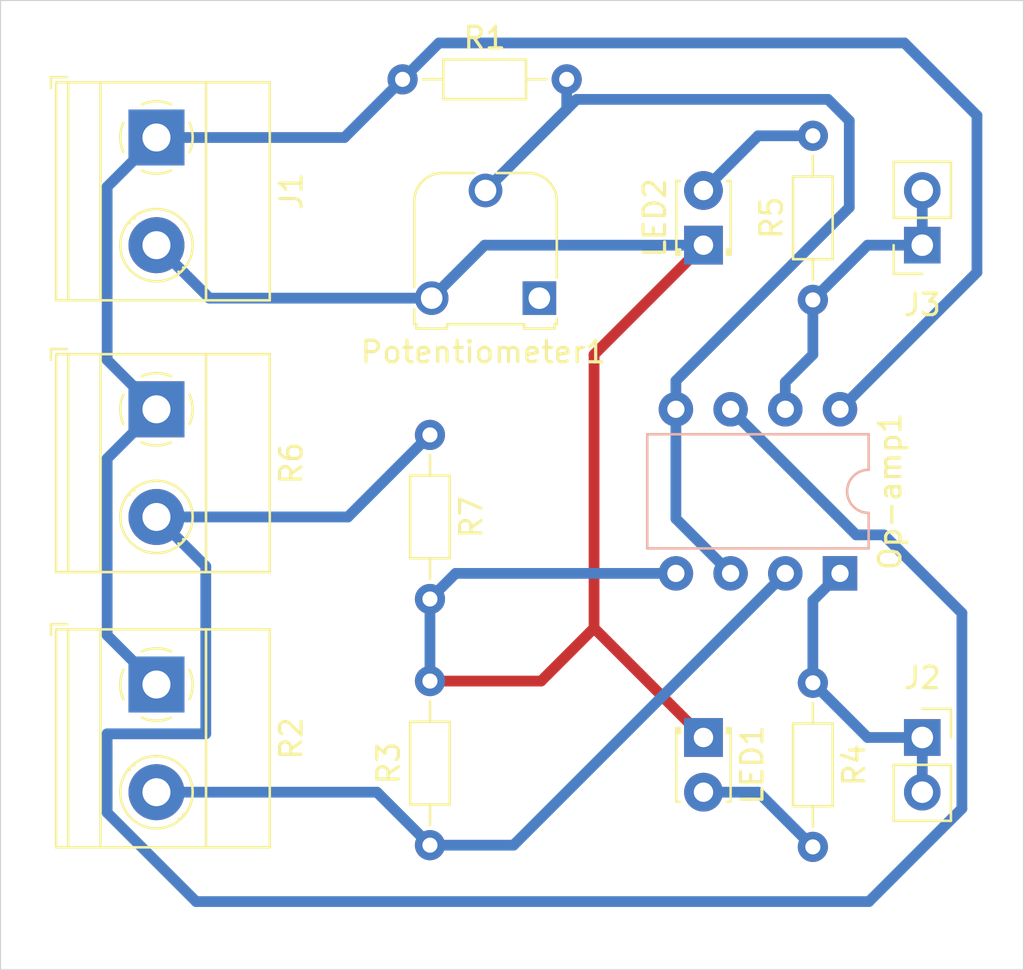
<source format=kicad_pcb>
(kicad_pcb (version 20240108) (generator "pcbnew") (generator_version "8.0")
  (layers (0 "F.Cu" signal) (31 "B.Cu" signal) (34 "B.Paste" user) (35 "F.Paste" user) (36 "B.SilkS" user "B.Silkscreen") (37 "F.SilkS" user "F.Silkscreen") (38 "B.Mask" user) (39 "F.Mask" user) (44 "Edge.Cuts" user))
  (net 0 "")
  (net 1 "GND")
  (net 2 "+3V3")
  (net 3 "Net-(LED1-A)")
  (net 4 "Net-(Op-amp1---Pad2)")
  (net 5 "Net-(Op-amp1-+-Pad3)")
  (net 7 "Net-(Op-amp1---Pad6)")
  (net 8 "Net-(J2-Pin_1)")
  (net 9 "Net-(J3-Pin_1)")
  (net 10 "Net-(LED2-A)")
  (footprint "Resistor_THT:R_Axial_DIN0204_L3.6mm_D1.6mm_P7.62mm_Horizontal" (layer "F.Cu") (at 172.72 106.68 -90)
    (property "Reference" "R4" (at 3.81 -1.92 90) (layer "F.SilkS"))
    (property "Value" "65 ohm")
    (fp_line (start 1.89 0.92) (end 5.73 0.92) (stroke (width 0.12)) (layer "F.SilkS"))
    (fp_line (start 5.73 0.92) (end 5.73 -0.92) (stroke (width 0.12)) (layer "F.SilkS"))
    (fp_line (start 0.94 0) (end 1.89 0) (stroke (width 0.12)) (layer "F.SilkS"))
    (fp_line (start 6.68 0) (end 5.73 0) (stroke (width 0.12)) (layer "F.SilkS"))
    (fp_line (start 1.89 -0.92) (end 1.89 0.92) (stroke (width 0.12)) (layer "F.SilkS"))
    (fp_line (start 5.73 -0.92) (end 1.89 -0.92) (stroke (width 0.12)) (layer "F.SilkS"))
    (pad "1" thru_hole circle (at 0 0 270) (size 1.4 1.4) (drill 0.7) (layers "*.Cu" "*.Mask") (net 8 "Net-(J2-Pin_1)"))
    (pad "2" thru_hole oval (at 7.62 0 270) (size 1.4 1.4) (drill 0.7) (layers "*.Cu" "*.Mask") (net 3 "Net-(LED1-A)"))
  )
  (footprint "Resistor_THT:R_Axial_DIN0204_L3.6mm_D1.6mm_P7.62mm_Horizontal" (layer "F.Cu") (at 172.72 88.9 90)
    (property "Reference" "R5" (at 3.81 -1.92 90) (layer "F.SilkS"))
    (property "Value" "65 ohm")
    (fp_line (start 5.73 -0.92) (end 1.89 -0.92) (stroke (width 0.12)) (layer "F.SilkS"))
    (fp_line (start 1.89 -0.92) (end 1.89 0.92) (stroke (width 0.12)) (layer "F.SilkS"))
    (fp_line (start 6.68 0) (end 5.73 0) (stroke (width 0.12)) (layer "F.SilkS"))
    (fp_line (start 0.94 0) (end 1.89 0) (stroke (width 0.12)) (layer "F.SilkS"))
    (fp_line (start 5.73 0.92) (end 5.73 -0.92) (stroke (width 0.12)) (layer "F.SilkS"))
    (fp_line (start 1.89 0.92) (end 5.73 0.92) (stroke (width 0.12)) (layer "F.SilkS"))
    (pad "1" thru_hole circle (at 0 0 90) (size 1.4 1.4) (drill 0.7) (layers "*.Cu" "*.Mask") (net 9 "Net-(J3-Pin_1)"))
    (pad "2" thru_hole oval (at 7.62 0 90) (size 1.4 1.4) (drill 0.7) (layers "*.Cu" "*.Mask") (net 10 "Net-(LED2-A)"))
  )
  (footprint "Connector_PinSocket_2.54mm:PinSocket_1x02_P2.54mm_Vertical" (layer "F.Cu") (at 177.8 109.22)
    (property "Reference" "J2" (at 0 -2.77 0) (layer "F.SilkS"))
    (property "Value" "Conn_01x02_MountingPin" (hide yes))
    (fp_line (start -1.33 1.27) (end -1.33 3.87) (stroke (width 0.12)) (layer "F.SilkS"))
    (fp_line (start -1.33 1.27) (end 1.33 1.27) (stroke (width 0.12)) (layer "F.SilkS"))
    (fp_line (start -1.33 3.87) (end 1.33 3.87) (stroke (width 0.12)) (layer "F.SilkS"))
    (fp_line (start 0 -1.33) (end 1.33 -1.33) (stroke (width 0.12)) (layer "F.SilkS"))
    (fp_line (start 1.33 -1.33) (end 1.33 0) (stroke (width 0.12)) (layer "F.SilkS"))
    (fp_line (start 1.33 1.27) (end 1.33 3.87) (stroke (width 0.12)) (layer "F.SilkS"))
    (pad "1" thru_hole rect (at 0 0) (size 1.7 1.7) (drill 1) (layers "*.Cu" "*.Mask") (net 8 "Net-(J2-Pin_1)"))
    (pad "2" thru_hole oval (at 0 2.54) (size 1.7 1.7) (drill 1) (layers "*.Cu" "*.Mask") (net 8 "Net-(J2-Pin_1)"))
  )
  (footprint "TerminalBlock_Phoenix:TerminalBlock_Phoenix_MKDS-1,5-2_1x02_P5.00mm_Horizontal" (layer "F.Cu") (at 142.24 106.76 -90)
    (property "Reference" "R2" (at 2.5 -6.26 90) (layer "F.SilkS"))
    (property "Value" "LDR03")
    (fp_line (start -2.8 4.9) (end -2.3 4.9) (stroke (width 0.12)) (layer "F.SilkS"))
    (fp_line (start -2.56 4.66) (end 7.56 4.66) (stroke (width 0.12)) (layer "F.SilkS"))
    (fp_line (start -2.8 4.16) (end -2.8 4.9) (stroke (width 0.12)) (layer "F.SilkS"))
    (fp_line (start -2.56 4.1) (end 7.56 4.1) (stroke (width 0.12)) (layer "F.SilkS"))
    (fp_line (start -2.56 2.6) (end 7.56 2.6) (stroke (width 0.12)) (layer "F.SilkS"))
    (fp_line (start 3.966 1.239) (end 3.931 1.274) (stroke (width 0.12)) (layer "F.SilkS"))
    (fp_line (start 3.773 1.023) (end 3.726 1.069) (stroke (width 0.12)) (layer "F.SilkS"))
    (fp_line (start 6.275 -1.069) (end 6.228 -1.023) (stroke (width 0.12)) (layer "F.SilkS"))
    (fp_line (start 6.07 -1.275) (end 6.035 -1.239) (stroke (width 0.12)) (layer "F.SilkS"))
    (fp_line (start -2.56 -2.301) (end 7.56 -2.301) (stroke (width 0.12)) (layer "F.SilkS"))
    (fp_line (start -2.56 -5.261) (end -2.56 4.66) (stroke (width 0.12)) (layer "F.SilkS"))
    (fp_line (start -2.56 -5.261) (end 7.56 -5.261) (stroke (width 0.12)) (layer "F.SilkS"))
    (fp_line (start 7.56 -5.261) (end 7.56 4.66) (stroke (width 0.12)) (layer "F.SilkS"))
    (fp_arc (start 0.028805 1.680253) (mid -0.335551 1.646659) (end -0.684 1.535) (stroke (width 0.12)) (layer "F.SilkS"))
    (fp_arc (start 0.683318 1.534756) (mid 0.349292 1.643288) (end 0 1.68) (stroke (width 0.12)) (layer "F.SilkS"))
    (fp_arc (start -1.535427 0.683042) (mid -1.680501 -0.000524) (end -1.535 -0.684) (stroke (width 0.12)) (layer "F.SilkS"))
    (fp_arc (start 1.535427 -0.683042) (mid 1.680501 0.000524) (end 1.535 0.684) (stroke (width 0.12)) (layer "F.SilkS"))
    (fp_arc (start -0.683042 -1.535427) (mid 0.000524 -1.680501) (end 0.684 -1.535) (stroke (width 0.12)) (layer "F.SilkS"))
    (fp_circle (center 5 0) (end 6.68 0) (stroke (width 0.12)) (fill none) (layer "F.SilkS"))
    (pad "1" thru_hole rect (at 0 0 270) (size 2.6 2.6) (drill 1.3) (layers "*.Cu" "*.Mask") (net 2 "+3V3"))
    (pad "2" thru_hole circle (at 5 0 270) (size 2.6 2.6) (drill 1.3) (layers "*.Cu" "*.Mask") (net 4 "Net-(Op-amp1---Pad2)"))
  )
  (footprint "LED_THT:LED_D1.8mm_W3.3mm_H2.4mm" (layer "F.Cu") (at 167.64 86.36 90)
    (property "Reference" "LED2" (at 1.27 -2.26 90) (layer "F.SilkS"))
    (property "Value" "LED")
    (fp_line (start 2.98 -1.26) (end 2.98 -1.095) (stroke (width 0.12)) (layer "F.SilkS"))
    (fp_line (start -0.2 -1.26) (end -0.2 -1.08) (stroke (width 0.12)) (layer "F.SilkS"))
    (fp_line (start -0.32 -1.26) (end -0.32 -1.08) (stroke (width 0.12)) (layer "F.SilkS"))
    (fp_line (start -0.44 -1.26) (end 2.98 -1.26) (stroke (width 0.12)) (layer "F.SilkS"))
    (fp_line (start -0.44 -1.26) (end -0.44 -1.08) (stroke (width 0.12)) (layer "F.SilkS"))
    (fp_line (start -0.2 1.08) (end -0.2 1.26) (stroke (width 0.12)) (layer "F.SilkS"))
    (fp_line (start -0.32 1.08) (end -0.32 1.26) (stroke (width 0.12)) (layer "F.SilkS"))
    (fp_line (start -0.44 1.08) (end -0.44 1.26) (stroke (width 0.12)) (layer "F.SilkS"))
    (fp_line (start 2.98 1.095) (end 2.98 1.26) (stroke (width 0.12)) (layer "F.SilkS"))
    (fp_line (start -0.44 1.26) (end 2.98 1.26) (stroke (width 0.12)) (layer "F.SilkS"))
    (pad "1" thru_hole rect (at 0 0 90) (size 1.8 1.8) (drill 0.9) (layers "*.Cu" "*.Mask") (net 1 "GND"))
    (pad "2" thru_hole circle (at 2.54 0 90) (size 1.8 1.8) (drill 0.9) (layers "*.Cu" "*.Mask") (net 10 "Net-(LED2-A)"))
  )
  (footprint "Resistor_THT:R_Axial_DIN0204_L3.6mm_D1.6mm_P7.62mm_Horizontal" (layer "F.Cu") (at 154.94 95.17 -90)
    (property "Reference" "R7" (at 3.81 -1.92 90) (layer "F.SilkS"))
    (property "Value" "2,2k ohm")
    (fp_line (start 1.89 0.92) (end 5.73 0.92) (stroke (width 0.12)) (layer "F.SilkS"))
    (fp_line (start 5.73 0.92) (end 5.73 -0.92) (stroke (width 0.12)) (layer "F.SilkS"))
    (fp_line (start 0.94 0) (end 1.89 0) (stroke (width 0.12)) (layer "F.SilkS"))
    (fp_line (start 6.68 0) (end 5.73 0) (stroke (width 0.12)) (layer "F.SilkS"))
    (fp_line (start 1.89 -0.92) (end 1.89 0.92) (stroke (width 0.12)) (layer "F.SilkS"))
    (fp_line (start 5.73 -0.92) (end 1.89 -0.92) (stroke (width 0.12)) (layer "F.SilkS"))
    (pad "1" thru_hole circle (at 0 0 270) (size 1.4 1.4) (drill 0.7) (layers "*.Cu" "*.Mask") (net 7 "Net-(Op-amp1---Pad6)"))
    (pad "2" thru_hole oval (at 7.62 0 270) (size 1.4 1.4) (drill 0.7) (layers "*.Cu" "*.Mask") (net 1 "GND"))
  )
  (footprint "Potentiometer_THT:Potentiometer_Runtron_RM-065_Vertical" (layer "F.Cu") (at 160.02 88.82 180)
    (property "Reference" "Potentiometer1" (at 2.6 -2.5 360) (layer "F.SilkS"))
    (property "Value" "10k ohm")
    (fp_line (start 5.81 0.52) (end 5.81 4.5) (stroke (width 0.12)) (layer "F.SilkS"))
    (fp_line (start 5.81 -1.21) (end 5.81 -0.52) (stroke (width 0.12)) (layer "F.SilkS"))
    (fp_line (start 5.71 -1.21) (end 5.81 -1.21) (stroke (width 0.12)) (layer "F.SilkS"))
    (fp_line (start 5.71 -1.41) (end 5.71 -1.21) (stroke (width 0.12)) (layer "F.SilkS"))
    (fp_line (start 4.5 5.81) (end 3.01 5.81) (stroke (width 0.12)) (layer "F.SilkS"))
    (fp_line (start 4.29 -1.21) (end 4.29 -1.41) (stroke (width 0.12)) (layer "F.SilkS"))
    (fp_line (start 4.29 -1.41) (end 5.71 -1.41) (stroke (width 0.12)) (layer "F.SilkS"))
    (fp_line (start 1.99 5.81) (end 0.5 5.81) (stroke (width 0.12)) (layer "F.SilkS"))
    (fp_line (start 0.71 -1.21) (end 4.29 -1.21) (stroke (width 0.12)) (layer "F.SilkS"))
    (fp_line (start 0.71 -1.21) (end 0.71 -1.41) (stroke (width 0.12)) (layer "F.SilkS"))
    (fp_line (start -0.71 -1.21) (end -0.81 -1.21) (stroke (width 0.12)) (layer "F.SilkS"))
    (fp_line (start -0.71 -1.41) (end 0.71 -1.41) (stroke (width 0.12)) (layer "F.SilkS"))
    (fp_line (start -0.71 -1.41) (end -0.71 -1.21) (stroke (width 0.12)) (layer "F.SilkS"))
    (fp_line (start -0.81 4.5) (end -0.81 0.96) (stroke (width 0.12)) (layer "F.SilkS"))
    (fp_line (start -0.81 -1.21) (end -0.81 -0.96) (stroke (width 0.12)) (layer "F.SilkS"))
    (fp_arc (start 5.81 4.5) (mid 5.42631 5.42631) (end 4.5 5.81) (stroke (width 0.12)) (layer "F.SilkS"))
    (fp_arc (start 0.5 5.81) (mid -0.42631 5.42631) (end -0.81 4.5) (stroke (width 0.12)) (layer "F.SilkS"))
    (pad "1" thru_hole rect (at 0 0 180) (size 1.56 1.56) (drill 1) (layers "*.Cu" "*.Mask"))
    (pad "2" thru_hole circle (at 2.5 5 180) (size 1.56 1.56) (drill 1) (layers "*.Cu" "*.Mask") (net 5 "Net-(Op-amp1-+-Pad3)"))
    (pad "3" thru_hole circle (at 5 0 180) (size 1.56 1.56) (drill 1) (layers "*.Cu" "*.Mask") (net 1 "GND"))
  )
  (footprint "Resistor_THT:R_Axial_DIN0204_L3.6mm_D1.6mm_P7.62mm_Horizontal" (layer "F.Cu") (at 153.67 78.66)
    (property "Reference" "R1" (at 3.81 -1.92 0) (layer "F.SilkS"))
    (property "Value" "2.2k")
    (fp_line (start 0.94 0) (end 1.89 0) (stroke (width 0.12)) (layer "F.SilkS"))
    (fp_line (start 1.89 -0.92) (end 1.89 0.92) (stroke (width 0.12)) (layer "F.SilkS"))
    (fp_line (start 1.89 0.92) (end 5.73 0.92) (stroke (width 0.12)) (layer "F.SilkS"))
    (fp_line (start 5.73 -0.92) (end 1.89 -0.92) (stroke (width 0.12)) (layer "F.SilkS"))
    (fp_line (start 5.73 0.92) (end 5.73 -0.92) (stroke (width 0.12)) (layer "F.SilkS"))
    (fp_line (start 6.68 0) (end 5.73 0) (stroke (width 0.12)) (layer "F.SilkS"))
    (pad "1" thru_hole circle (at 0 0) (size 1.4 1.4) (drill 0.7) (layers "*.Cu" "*.Mask") (net 2 "+3V3"))
    (pad "2" thru_hole oval (at 7.62 0) (size 1.4 1.4) (drill 0.7) (layers "*.Cu" "*.Mask") (net 5 "Net-(Op-amp1-+-Pad3)"))
  )
  (footprint "Resistor_THT:R_Axial_DIN0204_L3.6mm_D1.6mm_P7.62mm_Horizontal" (layer "F.Cu") (at 154.94 114.22 90)
    (property "Reference" "R3" (at 3.81 -1.92 90) (layer "F.SilkS"))
    (property "Value" "2,2k ohm")
    (fp_line (start 5.73 -0.92) (end 1.89 -0.92) (stroke (width 0.12)) (layer "F.SilkS"))
    (fp_line (start 1.89 -0.92) (end 1.89 0.92) (stroke (width 0.12)) (layer "F.SilkS"))
    (fp_line (start 6.68 0) (end 5.73 0) (stroke (width 0.12)) (layer "F.SilkS"))
    (fp_line (start 0.94 0) (end 1.89 0) (stroke (width 0.12)) (layer "F.SilkS"))
    (fp_line (start 5.73 0.92) (end 5.73 -0.92) (stroke (width 0.12)) (layer "F.SilkS"))
    (fp_line (start 1.89 0.92) (end 5.73 0.92) (stroke (width 0.12)) (layer "F.SilkS"))
    (pad "1" thru_hole circle (at 0 0 90) (size 1.4 1.4) (drill 0.7) (layers "*.Cu" "*.Mask") (net 4 "Net-(Op-amp1---Pad2)"))
    (pad "2" thru_hole oval (at 7.62 0 90) (size 1.4 1.4) (drill 0.7) (layers "*.Cu" "*.Mask") (net 1 "GND"))
  )
  (footprint "LED_THT:LED_D1.8mm_W3.3mm_H2.4mm" (layer "F.Cu") (at 167.64 109.22 -90)
    (property "Reference" "LED1" (at 1.27 -2.26 90) (layer "F.SilkS"))
    (property "Value" "LED")
    (fp_line (start -0.44 1.26) (end 2.98 1.26) (stroke (width 0.12)) (layer "F.SilkS"))
    (fp_line (start 2.98 1.095) (end 2.98 1.26) (stroke (width 0.12)) (layer "F.SilkS"))
    (fp_line (start -0.44 1.08) (end -0.44 1.26) (stroke (width 0.12)) (layer "F.SilkS"))
    (fp_line (start -0.32 1.08) (end -0.32 1.26) (stroke (width 0.12)) (layer "F.SilkS"))
    (fp_line (start -0.2 1.08) (end -0.2 1.26) (stroke (width 0.12)) (layer "F.SilkS"))
    (fp_line (start -0.44 -1.26) (end -0.44 -1.08) (stroke (width 0.12)) (layer "F.SilkS"))
    (fp_line (start -0.44 -1.26) (end 2.98 -1.26) (stroke (width 0.12)) (layer "F.SilkS"))
    (fp_line (start -0.32 -1.26) (end -0.32 -1.08) (stroke (width 0.12)) (layer "F.SilkS"))
    (fp_line (start -0.2 -1.26) (end -0.2 -1.08) (stroke (width 0.12)) (layer "F.SilkS"))
    (fp_line (start 2.98 -1.26) (end 2.98 -1.095) (stroke (width 0.12)) (layer "F.SilkS"))
    (pad "1" thru_hole rect (at 0 0 270) (size 1.8 1.8) (drill 0.9) (layers "*.Cu" "*.Mask") (net 1 "GND"))
    (pad "2" thru_hole circle (at 2.54 0 270) (size 1.8 1.8) (drill 0.9) (layers "*.Cu" "*.Mask") (net 3 "Net-(LED1-A)"))
  )
  (footprint "TerminalBlock_Phoenix:TerminalBlock_Phoenix_MKDS-1,5-2_1x02_P5.00mm_Horizontal" (layer "F.Cu") (at 142.24 93.98 -90)
    (property "Reference" "R6" (at 2.5 -6.26 90) (layer "F.SilkS"))
    (property "Value" "LDR03")
    (fp_line (start -2.8 4.9) (end -2.3 4.9) (stroke (width 0.12)) (layer "F.SilkS"))
    (fp_line (start -2.56 4.66) (end 7.56 4.66) (stroke (width 0.12)) (layer "F.SilkS"))
    (fp_line (start -2.8 4.16) (end -2.8 4.9) (stroke (width 0.12)) (layer "F.SilkS"))
    (fp_line (start -2.56 4.1) (end 7.56 4.1) (stroke (width 0.12)) (layer "F.SilkS"))
    (fp_line (start -2.56 2.6) (end 7.56 2.6) (stroke (width 0.12)) (layer "F.SilkS"))
    (fp_line (start 3.966 1.239) (end 3.931 1.274) (stroke (width 0.12)) (layer "F.SilkS"))
    (fp_line (start 3.773 1.023) (end 3.726 1.069) (stroke (width 0.12)) (layer "F.SilkS"))
    (fp_line (start 6.275 -1.069) (end 6.228 -1.023) (stroke (width 0.12)) (layer "F.SilkS"))
    (fp_line (start 6.07 -1.275) (end 6.035 -1.239) (stroke (width 0.12)) (layer "F.SilkS"))
    (fp_line (start -2.56 -2.301) (end 7.56 -2.301) (stroke (width 0.12)) (layer "F.SilkS"))
    (fp_line (start -2.56 -5.261) (end -2.56 4.66) (stroke (width 0.12)) (layer "F.SilkS"))
    (fp_line (start -2.56 -5.261) (end 7.56 -5.261) (stroke (width 0.12)) (layer "F.SilkS"))
    (fp_line (start 7.56 -5.261) (end 7.56 4.66) (stroke (width 0.12)) (layer "F.SilkS"))
    (fp_arc (start 0.028805 1.680253) (mid -0.335551 1.646659) (end -0.684 1.535) (stroke (width 0.12)) (layer "F.SilkS"))
    (fp_arc (start 0.683318 1.534756) (mid 0.349292 1.643288) (end 0 1.68) (stroke (width 0.12)) (layer "F.SilkS"))
    (fp_arc (start -1.535427 0.683042) (mid -1.680501 -0.000524) (end -1.535 -0.684) (stroke (width 0.12)) (layer "F.SilkS"))
    (fp_arc (start 1.535427 -0.683042) (mid 1.680501 0.000524) (end 1.535 0.684) (stroke (width 0.12)) (layer "F.SilkS"))
    (fp_arc (start -0.683042 -1.535427) (mid 0.000524 -1.680501) (end 0.684 -1.535) (stroke (width 0.12)) (layer "F.SilkS"))
    (fp_circle (center 5 0) (end 6.68 0) (stroke (width 0.12)) (fill none) (layer "F.SilkS"))
    (pad "1" thru_hole rect (at 0 0 270) (size 2.6 2.6) (drill 1.3) (layers "*.Cu" "*.Mask") (net 2 "+3V3"))
    (pad "2" thru_hole circle (at 5 0 270) (size 2.6 2.6) (drill 1.3) (layers "*.Cu" "*.Mask") (net 7 "Net-(Op-amp1---Pad6)"))
  )
  (footprint "Connector_PinSocket_2.54mm:PinSocket_1x02_P2.54mm_Vertical" (layer "F.Cu") (at 177.8 86.36 180)
    (property "Reference" "J3" (at 0 -2.77 360) (layer "F.SilkS"))
    (property "Value" "Conn_01x02_MountingPin" (hide yes))
    (fp_line (start 1.33 1.27) (end 1.33 3.87) (stroke (width 0.12)) (layer "F.SilkS"))
    (fp_line (start 1.33 -1.33) (end 1.33 0) (stroke (width 0.12)) (layer "F.SilkS"))
    (fp_line (start 0 -1.33) (end 1.33 -1.33) (stroke (width 0.12)) (layer "F.SilkS"))
    (fp_line (start -1.33 3.87) (end 1.33 3.87) (stroke (width 0.12)) (layer "F.SilkS"))
    (fp_line (start -1.33 1.27) (end 1.33 1.27) (stroke (width 0.12)) (layer "F.SilkS"))
    (fp_line (start -1.33 1.27) (end -1.33 3.87) (stroke (width 0.12)) (layer "F.SilkS"))
    (pad "1" thru_hole rect (at 0 0 180) (size 1.7 1.7) (drill 1) (layers "*.Cu" "*.Mask") (net 9 "Net-(J3-Pin_1)"))
    (pad "2" thru_hole oval (at 0 2.54 180) (size 1.7 1.7) (drill 1) (layers "*.Cu" "*.Mask") (net 9 "Net-(J3-Pin_1)"))
  )
  (footprint "TerminalBlock_Phoenix:TerminalBlock_Phoenix_MKDS-1,5-2_1x02_P5.00mm_Horizontal" (layer "F.Cu") (at 142.24 81.36 -90)
    (property "Reference" "J1" (at 2.5 -6.26 90) (layer "F.SilkS"))
    (property "Value" "Screw_Terminal_01x02" (hide yes))
    (fp_line (start -2.8 4.9) (end -2.3 4.9) (stroke (width 0.12)) (layer "F.SilkS"))
    (fp_line (start -2.56 4.66) (end 7.56 4.66) (stroke (width 0.12)) (layer "F.SilkS"))
    (fp_line (start -2.8 4.16) (end -2.8 4.9) (stroke (width 0.12)) (layer "F.SilkS"))
    (fp_line (start -2.56 4.1) (end 7.56 4.1) (stroke (width 0.12)) (layer "F.SilkS"))
    (fp_line (start -2.56 2.6) (end 7.56 2.6) (stroke (width 0.12)) (layer "F.SilkS"))
    (fp_line (start 3.966 1.239) (end 3.931 1.274) (stroke (width 0.12)) (layer "F.SilkS"))
    (fp_line (start 3.773 1.023) (end 3.726 1.069) (stroke (width 0.12)) (layer "F.SilkS"))
    (fp_line (start 6.275 -1.069) (end 6.228 -1.023) (stroke (width 0.12)) (layer "F.SilkS"))
    (fp_line (start 6.07 -1.275) (end 6.035 -1.239) (stroke (width 0.12)) (layer "F.SilkS"))
    (fp_line (start -2.56 -2.301) (end 7.56 -2.301) (stroke (width 0.12)) (layer "F.SilkS"))
    (fp_line (start -2.56 -5.261) (end -2.56 4.66) (stroke (width 0.12)) (layer "F.SilkS"))
    (fp_line (start -2.56 -5.261) (end 7.56 -5.261) (stroke (width 0.12)) (layer "F.SilkS"))
    (fp_line (start 7.56 -5.261) (end 7.56 4.66) (stroke (width 0.12)) (layer "F.SilkS"))
    (fp_arc (start 0.028805 1.680253) (mid -0.335551 1.646659) (end -0.684 1.535) (stroke (width 0.12)) (layer "F.SilkS"))
    (fp_arc (start 0.683318 1.534756) (mid 0.349292 1.643288) (end 0 1.68) (stroke (width 0.12)) (layer "F.SilkS"))
    (fp_arc (start -1.535427 0.683042) (mid -1.680501 -0.000524) (end -1.535 -0.684) (stroke (width 0.12)) (layer "F.SilkS"))
    (fp_arc (start 1.535427 -0.683042) (mid 1.680501 0.000524) (end 1.535 0.684) (stroke (width 0.12)) (layer "F.SilkS"))
    (fp_arc (start -0.683042 -1.535427) (mid 0.000524 -1.680501) (end 0.684 -1.535) (stroke (width 0.12)) (layer "F.SilkS"))
    (fp_circle (center 5 0) (end 6.68 0) (stroke (width 0.12)) (fill none) (layer "F.SilkS"))
    (pad "1" thru_hole rect (at 0 0 270) (size 2.6 2.6) (drill 1.3) (layers "*.Cu" "*.Mask") (net 2 "+3V3"))
    (pad "2" thru_hole circle (at 5 0 270) (size 2.6 2.6) (drill 1.3) (layers "*.Cu" "*.Mask") (net 1 "GND"))
  )
  (footprint "Package_DIP:DIP-8_W7.62mm" (layer "B.Cu") (at 173.98 101.6 90)
    (property "Reference" "Op-amp1" (at 3.81 2.33 90) (layer "F.SilkS"))
    (property "Value" "MCP6001R")
    (fp_line (start 6.46 -8.95) (end 1.16 -8.95) (stroke (width 0.12)) (layer "B.SilkS"))
    (fp_line (start 1.16 -8.95) (end 1.16 1.33) (stroke (width 0.12)) (layer "B.SilkS"))
    (fp_line (start 6.46 1.33) (end 6.46 -8.95) (stroke (width 0.12)) (layer "B.SilkS"))
    (fp_line (start 4.81 1.33) (end 6.46 1.33) (stroke (width 0.12)) (layer "B.SilkS"))
    (fp_line (start 1.16 1.33) (end 2.81 1.33) (stroke (width 0.12)) (layer "B.SilkS"))
    (fp_arc (start 2.81 1.33) (mid 3.81 0.33) (end 4.81 1.33) (stroke (width 0.12)) (layer "B.SilkS"))
    (pad "1" thru_hole rect (at 0 0 90) (size 1.6 1.6) (drill 0.8) (layers "*.Cu" "*.Mask") (net 8 "Net-(J2-Pin_1)"))
    (pad "2" thru_hole oval (at 0 -2.54 90) (size 1.6 1.6) (drill 0.8) (layers "*.Cu" "*.Mask") (net 4 "Net-(Op-amp1---Pad2)"))
    (pad "3" thru_hole oval (at 0 -5.08 90) (size 1.6 1.6) (drill 0.8) (layers "*.Cu" "*.Mask") (net 5 "Net-(Op-amp1-+-Pad3)"))
    (pad "4" thru_hole oval (at 0 -7.62 90) (size 1.6 1.6) (drill 0.8) (layers "*.Cu" "*.Mask") (net 1 "GND"))
    (pad "5" thru_hole oval (at 7.62 -7.62 90) (size 1.6 1.6) (drill 0.8) (layers "*.Cu" "*.Mask") (net 5 "Net-(Op-amp1-+-Pad3)"))
    (pad "6" thru_hole oval (at 7.62 -5.08 90) (size 1.6 1.6) (drill 0.8) (layers "*.Cu" "*.Mask") (net 7 "Net-(Op-amp1---Pad6)"))
    (pad "7" thru_hole oval (at 7.62 -2.54 90) (size 1.6 1.6) (drill 0.8) (layers "*.Cu" "*.Mask") (net 9 "Net-(J3-Pin_1)"))
    (pad "8" thru_hole oval (at 7.62 0 90) (size 1.6 1.6) (drill 0.8) (layers "*.Cu" "*.Mask") (net 2 "+3V3"))
  )
  (gr_rect (start 135 75) (end 182.5 120) (stroke (width 0.05)) (fill none) (layer "Edge.Cuts"))
  (segment (start 160.1 106.6) (end 162.56 104.14) (width 0.5) (layer "F.Cu") (net 1))
  (segment (start 162.56 91.44) (end 167.64 86.36) (width 0.5) (layer "F.Cu") (net 1))
  (segment (start 162.56 104.14) (end 162.56 91.44) (width 0.5) (layer "F.Cu") (net 1))
  (segment (start 167.64 109.22) (end 162.56 104.14) (width 0.5) (layer "F.Cu") (net 1))
  (segment (start 154.94 106.6) (end 160.1 106.6) (width 0.5) (layer "F.Cu") (net 1))
  (segment (start 167.64 86.36) (end 157.48 86.36) (width 0.5) (layer "B.Cu") (net 1))
  (segment (start 156.13 101.6) (end 154.94 102.79) (width 0.5) (layer "B.Cu") (net 1))
  (segment (start 144.7 88.82) (end 155.02 88.82) (width 0.5) (layer "B.Cu") (net 1))
  (segment (start 154.94 106.6) (end 154.94 102.79) (width 0.5) (layer "B.Cu") (net 1))
  (segment (start 166.36 101.6) (end 156.13 101.6) (width 0.5) (layer "B.Cu") (net 1))
  (segment (start 142.24 86.36) (end 144.7 88.82) (width 0.5) (layer "B.Cu") (net 1))
  (segment (start 157.48 86.36) (end 155.02 88.82) (width 0.5) (layer "B.Cu") (net 1))
  (segment (start 155.36 76.97) (end 176.97 76.97) (width 0.5) (layer "B.Cu") (net 2))
  (segment (start 139.95 96.27) (end 142.24 93.98) (width 0.5) (layer "B.Cu") (net 2))
  (segment (start 139.95 91.69) (end 139.95 83.65) (width 0.5) (layer "B.Cu") (net 2))
  (segment (start 142.24 93.98) (end 139.95 91.69) (width 0.5) (layer "B.Cu") (net 2))
  (segment (start 142.24 106.76) (end 139.95 104.47) (width 0.5) (layer "B.Cu") (net 2))
  (segment (start 150.97 81.36) (end 153.67 78.66) (width 0.5) (layer "B.Cu") (net 2))
  (segment (start 180.34 87.62) (end 173.98 93.98) (width 0.5) (layer "B.Cu") (net 2))
  (segment (start 180.34 80.34) (end 180.34 87.62) (width 0.5) (layer "B.Cu") (net 2))
  (segment (start 176.97 76.97) (end 180.34 80.34) (width 0.5) (layer "B.Cu") (net 2))
  (segment (start 139.95 104.47) (end 139.95 96.27) (width 0.5) (layer "B.Cu") (net 2))
  (segment (start 142.24 81.36) (end 150.97 81.36) (width 0.5) (layer "B.Cu") (net 2))
  (segment (start 139.95 83.65) (end 142.24 81.36) (width 0.5) (layer "B.Cu") (net 2))
  (segment (start 153.67 78.66) (end 155.36 76.97) (width 0.5) (layer "B.Cu") (net 2))
  (segment (start 170.18 111.76) (end 167.64 111.76) (width 0.5) (layer "B.Cu") (net 3))
  (segment (start 172.72 114.3) (end 170.18 111.76) (width 0.5) (layer "B.Cu") (net 3))
  (segment (start 152.48 111.76) (end 154.94 114.22) (width 0.5) (layer "B.Cu") (net 4))
  (segment (start 171.44 101.6) (end 158.82 114.22) (width 0.5) (layer "B.Cu") (net 4))
  (segment (start 142.24 111.76) (end 152.48 111.76) (width 0.5) (layer "B.Cu") (net 4))
  (segment (start 158.82 114.22) (end 154.94 114.22) (width 0.5) (layer "B.Cu") (net 4))
  (segment (start 166.36 93.98) (end 166.36 99.06) (width 0.5) (layer "B.Cu") (net 5))
  (segment (start 161.29 78.66) (end 161.29 80.05) (width 0.5) (layer "B.Cu") (net 5))
  (segment (start 166.36 92.657847) (end 166.36 93.98) (width 0.5) (layer "B.Cu") (net 5))
  (segment (start 166.36 99.06) (end 168.9 101.6) (width 0.5) (layer "B.Cu") (net 5))
  (segment (start 174.41 84.607847) (end 166.36 92.657847) (width 0.5) (layer "B.Cu") (net 5))
  (segment (start 161.75 79.59) (end 173.420021 79.59) (width 0.5) (layer "B.Cu") (net 5))
  (segment (start 161.29 80.05) (end 157.52 83.82) (width 0.5) (layer "B.Cu") (net 5))
  (segment (start 173.420021 79.59) (end 174.41 80.579979) (width 0.5) (layer "B.Cu") (net 5))
  (segment (start 174.41 80.579979) (end 174.41 84.607847) (width 0.5) (layer "B.Cu") (net 5))
  (segment (start 157.52 83.82) (end 161.75 79.59) (width 0.5) (layer "B.Cu") (net 5))
  (segment (start 179.64 112.522153) (end 175.322153 116.84) (width 0.5) (layer "B.Cu") (net 7))
  (segment (start 151.13 98.98) (end 154.94 95.17) (width 0.5) (layer "B.Cu") (net 7))
  (segment (start 144.53 109.05) (end 144.53 101.27) (width 0.5) (layer "B.Cu") (net 7))
  (segment (start 139.95 109.05) (end 144.53 109.05) (width 0.5) (layer "B.Cu") (net 7))
  (segment (start 142.24 98.98) (end 151.13 98.98) (width 0.5) (layer "B.Cu") (net 7))
  (segment (start 144.08145 116.84) (end 139.95 112.70855) (width 0.5) (layer "B.Cu") (net 7))
  (segment (start 174.73 99.81) (end 176.01 99.81) (width 0.5) (layer "B.Cu") (net 7))
  (segment (start 179.64 103.44) (end 179.64 112.522153) (width 0.5) (layer "B.Cu") (net 7))
  (segment (start 168.9 93.98) (end 174.73 99.81) (width 0.5) (layer "B.Cu") (net 7))
  (segment (start 144.53 101.27) (end 142.24 98.98) (width 0.5) (layer "B.Cu") (net 7))
  (segment (start 176.01 99.81) (end 179.64 103.44) (width 0.5) (layer "B.Cu") (net 7))
  (segment (start 139.95 112.70855) (end 139.95 109.05) (width 0.5) (layer "B.Cu") (net 7))
  (segment (start 175.322153 116.84) (end 144.08145 116.84) (width 0.5) (layer "B.Cu") (net 7))
  (segment (start 175.26 109.22) (end 172.72 106.68) (width 0.5) (layer "B.Cu") (net 8))
  (segment (start 172.72 106.68) (end 172.72 102.86) (width 0.5) (layer "B.Cu") (net 8))
  (segment (start 177.8 111.76) (end 177.8 109.22) (width 0.5) (layer "B.Cu") (net 8))
  (segment (start 172.72 102.86) (end 173.98 101.6) (width 0.5) (layer "B.Cu") (net 8))
  (segment (start 177.8 109.22) (end 175.26 109.22) (width 0.5) (layer "B.Cu") (net 8))
  (segment (start 175.26 86.36) (end 172.72 88.9) (width 0.5) (layer "B.Cu") (net 9))
  (segment (start 177.8 86.36) (end 175.26 86.36) (width 0.5) (layer "B.Cu") (net 9))
  (segment (start 172.72 88.9) (end 172.72 91.44) (width 0.5) (layer "B.Cu") (net 9))
  (segment (start 177.8 83.82) (end 177.8 86.36) (width 0.5) (layer "B.Cu") (net 9))
  (segment (start 171.44 92.72) (end 171.44 93.98) (width 0.5) (layer "B.Cu") (net 9))
  (segment (start 172.72 91.44) (end 171.44 92.72) (width 0.5) (layer "B.Cu") (net 9))
  (segment (start 167.64 83.82) (end 170.18 81.28) (width 0.5) (layer "B.Cu") (net 10))
  (segment (start 170.18 81.28) (end 172.72 81.28) (width 0.5) (layer "B.Cu") (net 10))
)
</source>
